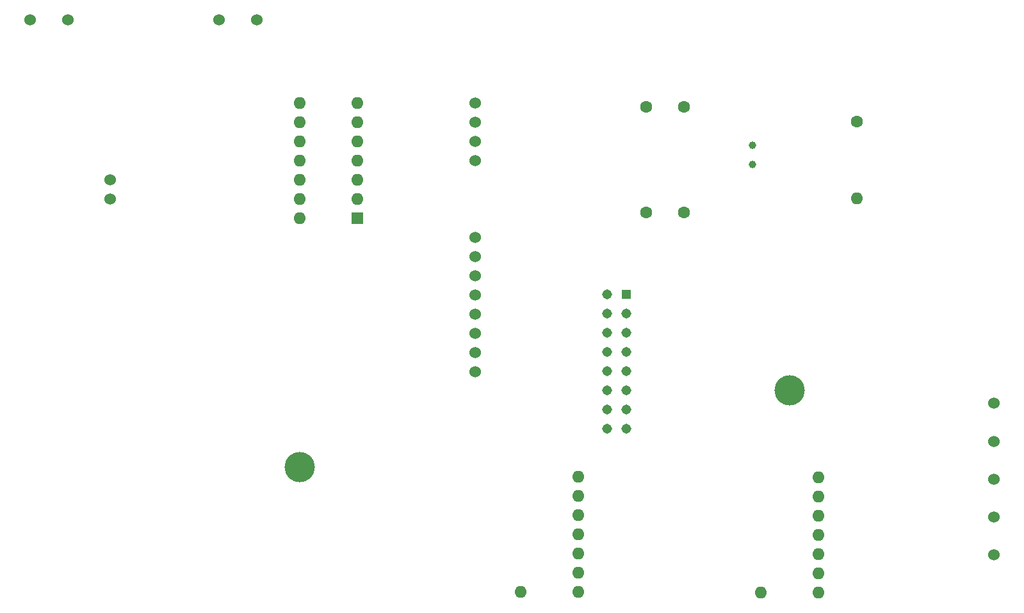
<source format=gbr>
G04 #@! TF.GenerationSoftware,KiCad,Pcbnew,(5.0.0)*
G04 #@! TF.CreationDate,2018-12-11T19:12:22-02:00*
G04 #@! TF.ProjectId,trab,747261622E6B696361645F7063620000,rev?*
G04 #@! TF.SameCoordinates,Original*
G04 #@! TF.FileFunction,Copper,L1,Top,Signal*
G04 #@! TF.FilePolarity,Positive*
%FSLAX46Y46*%
G04 Gerber Fmt 4.6, Leading zero omitted, Abs format (unit mm)*
G04 Created by KiCad (PCBNEW (5.0.0)) date 12/11/18 19:12:22*
%MOMM*%
%LPD*%
G01*
G04 APERTURE LIST*
G04 #@! TA.AperFunction,ComponentPad*
%ADD10C,1.600000*%
G04 #@! TD*
G04 #@! TA.AperFunction,ComponentPad*
%ADD11O,1.600000X1.600000*%
G04 #@! TD*
G04 #@! TA.AperFunction,ComponentPad*
%ADD12C,1.000000*%
G04 #@! TD*
G04 #@! TA.AperFunction,ComponentPad*
%ADD13C,1.524000*%
G04 #@! TD*
G04 #@! TA.AperFunction,ComponentPad*
%ADD14R,1.600000X1.600000*%
G04 #@! TD*
G04 #@! TA.AperFunction,ComponentPad*
%ADD15R,1.310000X1.310000*%
G04 #@! TD*
G04 #@! TA.AperFunction,ComponentPad*
%ADD16C,1.310000*%
G04 #@! TD*
G04 #@! TA.AperFunction,ViaPad*
%ADD17C,4.000000*%
G04 #@! TD*
G04 APERTURE END LIST*
D10*
G04 #@! TO.P,R2,1*
G04 #@! TO.N,Net-(C2-Pad1)*
X202565000Y-62230000D03*
D11*
G04 #@! TO.P,R2,2*
G04 #@! TO.N,Net-(C1-Pad1)*
X202565000Y-72390000D03*
G04 #@! TD*
D10*
G04 #@! TO.P,C2,2*
G04 #@! TO.N,GND*
X174705000Y-60325000D03*
G04 #@! TO.P,C2,1*
G04 #@! TO.N,Net-(C2-Pad1)*
X179705000Y-60325000D03*
G04 #@! TD*
G04 #@! TO.P,C1,1*
G04 #@! TO.N,Net-(C1-Pad1)*
X179705000Y-74295000D03*
G04 #@! TO.P,C1,2*
G04 #@! TO.N,GND*
X174705000Y-74295000D03*
G04 #@! TD*
D12*
G04 #@! TO.P,Y1,1*
G04 #@! TO.N,Net-(C1-Pad1)*
X188755000Y-67895000D03*
G04 #@! TO.P,Y1,2*
G04 #@! TO.N,Net-(C2-Pad1)*
X188755000Y-65355000D03*
G04 #@! TD*
D11*
G04 #@! TO.P,U1,8*
G04 #@! TO.N,N/C*
X165735000Y-124460000D03*
G04 #@! TO.P,U1,9*
X165735000Y-121920000D03*
G04 #@! TO.P,U1,10*
G04 #@! TO.N,Net-(U1-Pad10)*
X165735000Y-119380000D03*
G04 #@! TO.P,U1,11*
G04 #@! TO.N,/MOTOR*
X165735000Y-116840000D03*
G04 #@! TO.P,U1,12*
G04 #@! TO.N,Net-(U1-Pad12)*
X165735000Y-114300000D03*
G04 #@! TO.P,U1,13*
G04 #@! TO.N,/ENABLE*
X165735000Y-111760000D03*
G04 #@! TO.P,U1,7*
G04 #@! TO.N,GND*
X158115000Y-124460000D03*
G04 #@! TO.P,U1,14*
G04 #@! TO.N,/+5V*
X165735000Y-109220000D03*
G04 #@! TD*
D13*
G04 #@! TO.P,U8,28*
G04 #@! TO.N,/+5V*
X103825000Y-69925000D03*
G04 #@! TO.P,U8,27*
G04 #@! TO.N,GND*
X103825000Y-72465000D03*
G04 #@! TO.P,U8,14*
G04 #@! TO.N,/SCK*
X152085000Y-59765000D03*
G04 #@! TO.P,U8,13*
G04 #@! TO.N,/MISO*
X152085000Y-62305000D03*
G04 #@! TO.P,U8,12*
G04 #@! TO.N,/MOSI*
X152085000Y-64845000D03*
G04 #@! TO.P,U8,11*
G04 #@! TO.N,/SS*
X152085000Y-67385000D03*
G04 #@! TO.P,U8,8*
G04 #@! TO.N,/EN_1*
X152085000Y-77545000D03*
G04 #@! TO.P,U8,7*
G04 #@! TO.N,/INDEX_1*
X152085000Y-80085000D03*
G04 #@! TO.P,U8,6*
G04 #@! TO.N,/DFLAG_1*
X152085000Y-82625000D03*
G04 #@! TO.P,U8,5*
G04 #@! TO.N,/LFLAG_1*
X152085000Y-85165000D03*
G04 #@! TO.P,U8,4*
G04 #@! TO.N,/MOTOR*
X152085000Y-87705000D03*
G04 #@! TO.P,U8,3*
G04 #@! TO.N,/ELB1*
X152085000Y-90245000D03*
G04 #@! TO.P,U8,2*
G04 #@! TO.N,/ELB2*
X152085000Y-92785000D03*
G04 #@! TO.P,U8,1*
G04 #@! TO.N,/ENABLE*
X152085000Y-95325000D03*
G04 #@! TD*
D14*
G04 #@! TO.P,U3,1*
G04 #@! TO.N,Net-(C1-Pad1)*
X136525000Y-75005000D03*
D11*
G04 #@! TO.P,U3,8*
G04 #@! TO.N,/LFLAG_1*
X128905000Y-59765000D03*
G04 #@! TO.P,U3,2*
G04 #@! TO.N,Net-(C2-Pad1)*
X136525000Y-72465000D03*
G04 #@! TO.P,U3,9*
G04 #@! TO.N,/DFLAG_1*
X128905000Y-62305000D03*
G04 #@! TO.P,U3,3*
G04 #@! TO.N,GND*
X136525000Y-69925000D03*
G04 #@! TO.P,U3,10*
G04 #@! TO.N,/INDEX_1*
X128905000Y-64845000D03*
G04 #@! TO.P,U3,4*
G04 #@! TO.N,/SS*
X136525000Y-67385000D03*
G04 #@! TO.P,U3,11*
G04 #@! TO.N,/B_J1*
X128905000Y-67385000D03*
G04 #@! TO.P,U3,5*
G04 #@! TO.N,/SCK*
X136525000Y-64845000D03*
G04 #@! TO.P,U3,12*
G04 #@! TO.N,/A_J1*
X128905000Y-69925000D03*
G04 #@! TO.P,U3,6*
G04 #@! TO.N,/MISO*
X136525000Y-62305000D03*
G04 #@! TO.P,U3,13*
G04 #@! TO.N,/EN_1*
X128905000Y-72465000D03*
G04 #@! TO.P,U3,7*
G04 #@! TO.N,/MOSI*
X136525000Y-59765000D03*
G04 #@! TO.P,U3,14*
G04 #@! TO.N,/+5V*
X128905000Y-75005000D03*
G04 #@! TD*
D13*
G04 #@! TO.P,U7,1*
G04 #@! TO.N,GND*
X93265000Y-48815000D03*
G04 #@! TO.P,U7,2*
G04 #@! TO.N,/+5V*
X98265000Y-48815000D03*
G04 #@! TO.P,U7,3*
G04 #@! TO.N,/A_J1*
X118265000Y-48815000D03*
G04 #@! TO.P,U7,4*
G04 #@! TO.N,/B_J1*
X123265000Y-48815000D03*
G04 #@! TD*
D11*
G04 #@! TO.P,U2,8*
G04 #@! TO.N,Net-(U2-Pad8)*
X197485000Y-124535000D03*
G04 #@! TO.P,U2,9*
G04 #@! TO.N,Net-(U1-Pad12)*
X197485000Y-121995000D03*
G04 #@! TO.P,U2,10*
G04 #@! TO.N,Net-(U1-Pad10)*
X197485000Y-119455000D03*
G04 #@! TO.P,U2,11*
G04 #@! TO.N,Net-(U2-Pad11)*
X197485000Y-116915000D03*
G04 #@! TO.P,U2,12*
G04 #@! TO.N,/MOTOR*
X197485000Y-114375000D03*
G04 #@! TO.P,U2,13*
G04 #@! TO.N,Net-(U1-Pad12)*
X197485000Y-111835000D03*
G04 #@! TO.P,U2,7*
G04 #@! TO.N,GND*
X189865000Y-124535000D03*
G04 #@! TO.P,U2,14*
G04 #@! TO.N,/+5V*
X197485000Y-109295000D03*
G04 #@! TD*
D13*
G04 #@! TO.P,U4,1*
G04 #@! TO.N,Net-(U2-Pad8)*
X220665000Y-119535000D03*
G04 #@! TO.P,U4,2*
G04 #@! TO.N,Net-(U2-Pad11)*
X220665000Y-114535000D03*
G04 #@! TO.P,U4,3*
G04 #@! TO.N,Net-(U2-Pad8)*
X220665000Y-109535000D03*
G04 #@! TO.P,U4,4*
G04 #@! TO.N,Net-(U2-Pad11)*
X220665000Y-104535000D03*
G04 #@! TO.P,U4,6*
G04 #@! TO.N,GND*
X220665000Y-99535000D03*
G04 #@! TD*
D15*
G04 #@! TO.P,U5,1*
G04 #@! TO.N,N/C*
X172085000Y-85090000D03*
D16*
G04 #@! TO.P,U5,3*
X172085000Y-87630000D03*
G04 #@! TO.P,U5,5*
G04 #@! TO.N,GND*
X172085000Y-90170000D03*
G04 #@! TO.P,U5,7*
G04 #@! TO.N,N/C*
X172085000Y-92710000D03*
G04 #@! TO.P,U5,9*
X172085000Y-95250000D03*
G04 #@! TO.P,U5,11*
X172085000Y-97790000D03*
G04 #@! TO.P,U5,13*
X172085000Y-100330000D03*
G04 #@! TO.P,U5,15*
X172085000Y-102870000D03*
G04 #@! TO.P,U5,2*
X169545000Y-85090000D03*
G04 #@! TO.P,U5,4*
X169545000Y-87630000D03*
G04 #@! TO.P,U5,6*
G04 #@! TO.N,/ELB1*
X169545000Y-90170000D03*
G04 #@! TO.P,U5,8*
G04 #@! TO.N,/ELB2*
X169545000Y-92710000D03*
G04 #@! TO.P,U5,10*
G04 #@! TO.N,N/C*
X169545000Y-95250000D03*
G04 #@! TO.P,U5,12*
X169545000Y-97790000D03*
G04 #@! TO.P,U5,14*
X169545000Y-100330000D03*
G04 #@! TO.P,U5,16*
X169545000Y-102870000D03*
G04 #@! TD*
D17*
G04 #@! TO.N,/+5V*
X193675000Y-97790000D03*
X128905000Y-107950000D03*
G04 #@! TD*
M02*

</source>
